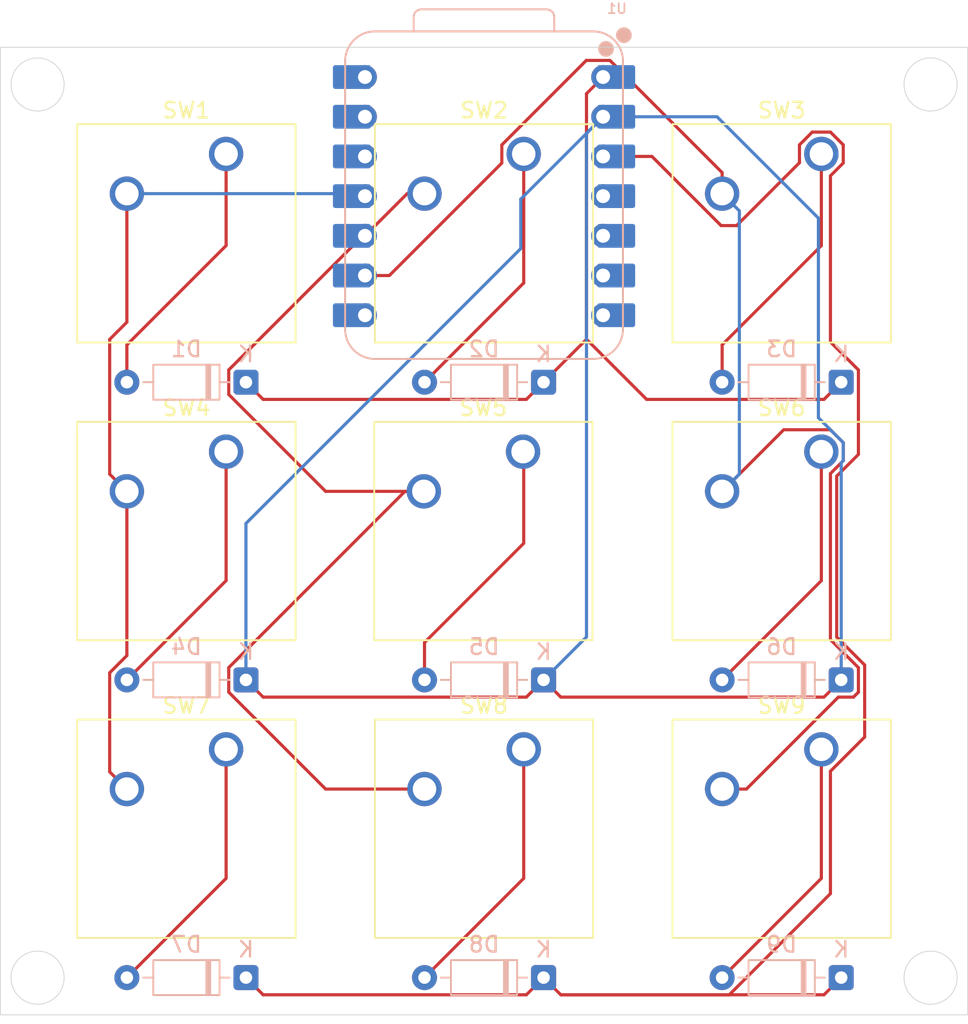
<source format=kicad_pcb>
(kicad_pcb (version 20241229) (generator "pcbnew") (generator_version "9.0")
  (layers (0 "F.Cu" signal) (2 "B.Cu" signal) (13 "F.Paste" user) (15 "B.Paste" user) (5 "F.SilkS" user "F.Silkscreen") (7 "B.SilkS" user "B.Silkscreen") (1 "F.Mask" user) (3 "B.Mask" user) (25 "Edge.Cuts" user))
  (net 0 "")
  (net 1 "Net-(D1-A)")
  (net 2 "Row 1")
  (net 3 "Net-(D2-A)")
  (net 4 "Net-(D3-A)")
  (net 5 "Net-(D4-A)")
  (net 6 "Row2")
  (net 7 "Net-(D5-A)")
  (net 8 "Net-(D6-A)")
  (net 9 "Row 3")
  (net 10 "Net-(D7-A)")
  (net 11 "Net-(D8-A)")
  (net 12 "Net-(D9-A)")
  (net 13 "Col 1")
  (net 14 "Col 2")
  (net 15 "Col 3")
  (net 19 "+5V")
  (net 22 "GND")
  (footprint "Button_Switch_Keyboard:SW_Cherry_MX_1.00u_PCB" (layer "F.Cu") (at 181.115 92.541)
    (property "Reference" "SW7" (at -2.54 -2.794 0) (layer "F.SilkS"))
    (property "Value" "SW_Push")
    (fp_line (start -9.525 -1.905) (end 4.445 -1.905) (stroke (width 0.12)) (layer "F.SilkS"))
    (fp_line (start -9.525 12.065) (end -9.525 -1.905) (stroke (width 0.12)) (layer "F.SilkS"))
    (fp_line (start 4.445 -1.905) (end 4.445 12.065) (stroke (width 0.12)) (layer "F.SilkS"))
    (fp_line (start 4.445 12.065) (end -9.525 12.065) (stroke (width 0.12)) (layer "F.SilkS"))
    (pad "" np_thru_hole circle (at -7.62 5.08) (size 1.7 1.7) (drill 1.7) (layers "*.Cu" "*.Mask"))
    (pad "" np_thru_hole circle (at -2.54 5.08) (size 4 4) (drill 4) (layers "*.Cu" "*.Mask"))
    (pad "" np_thru_hole circle (at 2.54 5.08) (size 1.7 1.7) (drill 1.7) (layers "*.Cu" "*.Mask"))
    (pad "1" thru_hole circle (at 0 0) (size 2.2 2.2) (drill 1.5) (layers "*.Cu" "*.Mask") (net 10 "Net-(D7-A)"))
    (pad "2" thru_hole circle (at -6.35 2.54) (size 2.2 2.2) (drill 1.5) (layers "*.Cu" "*.Mask") (net 13 "Col 1"))
  )
  (footprint "Button_Switch_Keyboard:SW_Cherry_MX_1.00u_PCB" (layer "F.Cu") (at 219.211 73.493)
    (property "Reference" "SW6" (at -2.54 -2.794 0) (layer "F.SilkS"))
    (property "Value" "SW_Push")
    (fp_line (start -9.525 -1.905) (end 4.445 -1.905) (stroke (width 0.12)) (layer "F.SilkS"))
    (fp_line (start -9.525 12.065) (end -9.525 -1.905) (stroke (width 0.12)) (layer "F.SilkS"))
    (fp_line (start 4.445 -1.905) (end 4.445 12.065) (stroke (width 0.12)) (layer "F.SilkS"))
    (fp_line (start 4.445 12.065) (end -9.525 12.065) (stroke (width 0.12)) (layer "F.SilkS"))
    (pad "" np_thru_hole circle (at -7.62 5.08) (size 1.7 1.7) (drill 1.7) (layers "*.Cu" "*.Mask"))
    (pad "" np_thru_hole circle (at -2.54 5.08) (size 4 4) (drill 4) (layers "*.Cu" "*.Mask"))
    (pad "" np_thru_hole circle (at 2.54 5.08) (size 1.7 1.7) (drill 1.7) (layers "*.Cu" "*.Mask"))
    (pad "1" thru_hole circle (at 0 0) (size 2.2 2.2) (drill 1.5) (layers "*.Cu" "*.Mask") (net 8 "Net-(D6-A)"))
    (pad "2" thru_hole circle (at -6.35 2.54) (size 2.2 2.2) (drill 1.5) (layers "*.Cu" "*.Mask") (net 15 "Col 3"))
  )
  (footprint "Button_Switch_Keyboard:SW_Cherry_MX_1.00u_PCB" (layer "F.Cu") (at 200.163 92.541)
    (property "Reference" "SW8" (at -2.54 -2.794 0) (layer "F.SilkS"))
    (property "Value" "SW_Push")
    (fp_line (start -9.525 -1.905) (end 4.445 -1.905) (stroke (width 0.12)) (layer "F.SilkS"))
    (fp_line (start -9.525 12.065) (end -9.525 -1.905) (stroke (width 0.12)) (layer "F.SilkS"))
    (fp_line (start 4.445 -1.905) (end 4.445 12.065) (stroke (width 0.12)) (layer "F.SilkS"))
    (fp_line (start 4.445 12.065) (end -9.525 12.065) (stroke (width 0.12)) (layer "F.SilkS"))
    (pad "" np_thru_hole circle (at -7.62 5.08) (size 1.7 1.7) (drill 1.7) (layers "*.Cu" "*.Mask"))
    (pad "" np_thru_hole circle (at -2.54 5.08) (size 4 4) (drill 4) (layers "*.Cu" "*.Mask"))
    (pad "" np_thru_hole circle (at 2.54 5.08) (size 1.7 1.7) (drill 1.7) (layers "*.Cu" "*.Mask"))
    (pad "1" thru_hole circle (at 0 0) (size 2.2 2.2) (drill 1.5) (layers "*.Cu" "*.Mask") (net 11 "Net-(D8-A)"))
    (pad "2" thru_hole circle (at -6.35 2.54) (size 2.2 2.2) (drill 1.5) (layers "*.Cu" "*.Mask") (net 14 "Col 2"))
  )
  (footprint "Button_Switch_Keyboard:SW_Cherry_MX_1.00u_PCB" (layer "F.Cu") (at 181.115 54.445)
    (property "Reference" "SW1" (at -2.54 -2.794 0) (layer "F.SilkS"))
    (property "Value" "SW_Push")
    (fp_line (start -9.525 -1.905) (end 4.445 -1.905) (stroke (width 0.12)) (layer "F.SilkS"))
    (fp_line (start -9.525 12.065) (end -9.525 -1.905) (stroke (width 0.12)) (layer "F.SilkS"))
    (fp_line (start 4.445 -1.905) (end 4.445 12.065) (stroke (width 0.12)) (layer "F.SilkS"))
    (fp_line (start 4.445 12.065) (end -9.525 12.065) (stroke (width 0.12)) (layer "F.SilkS"))
    (pad "" np_thru_hole circle (at -7.62 5.08) (size 1.7 1.7) (drill 1.7) (layers "*.Cu" "*.Mask"))
    (pad "" np_thru_hole circle (at -2.54 5.08) (size 4 4) (drill 4) (layers "*.Cu" "*.Mask"))
    (pad "" np_thru_hole circle (at 2.54 5.08) (size 1.7 1.7) (drill 1.7) (layers "*.Cu" "*.Mask"))
    (pad "1" thru_hole circle (at 0 0) (size 2.2 2.2) (drill 1.5) (layers "*.Cu" "*.Mask") (net 1 "Net-(D1-A)"))
    (pad "2" thru_hole circle (at -6.35 2.54) (size 2.2 2.2) (drill 1.5) (layers "*.Cu" "*.Mask") (net 13 "Col 1"))
  )
  (footprint "Button_Switch_Keyboard:SW_Cherry_MX_1.00u_PCB" (layer "F.Cu") (at 219.211 54.445)
    (property "Reference" "SW3" (at -2.54 -2.794 0) (layer "F.SilkS"))
    (property "Value" "SW_Push")
    (fp_line (start -9.525 -1.905) (end 4.445 -1.905) (stroke (width 0.12)) (layer "F.SilkS"))
    (fp_line (start -9.525 12.065) (end -9.525 -1.905) (stroke (width 0.12)) (layer "F.SilkS"))
    (fp_line (start 4.445 -1.905) (end 4.445 12.065) (stroke (width 0.12)) (layer "F.SilkS"))
    (fp_line (start 4.445 12.065) (end -9.525 12.065) (stroke (width 0.12)) (layer "F.SilkS"))
    (pad "" np_thru_hole circle (at -7.62 5.08) (size 1.7 1.7) (drill 1.7) (layers "*.Cu" "*.Mask"))
    (pad "" np_thru_hole circle (at -2.54 5.08) (size 4 4) (drill 4) (layers "*.Cu" "*.Mask"))
    (pad "" np_thru_hole circle (at 2.54 5.08) (size 1.7 1.7) (drill 1.7) (layers "*.Cu" "*.Mask"))
    (pad "1" thru_hole circle (at 0 0) (size 2.2 2.2) (drill 1.5) (layers "*.Cu" "*.Mask") (net 4 "Net-(D3-A)"))
    (pad "2" thru_hole circle (at -6.35 2.54) (size 2.2 2.2) (drill 1.5) (layers "*.Cu" "*.Mask") (net 15 "Col 3"))
  )
  (footprint "Button_Switch_Keyboard:SW_Cherry_MX_1.00u_PCB" (layer "F.Cu") (at 181.115 73.493)
    (property "Reference" "SW4" (at -2.54 -2.794 0) (layer "F.SilkS"))
    (property "Value" "SW_Push")
    (fp_line (start -9.525 -1.905) (end 4.445 -1.905) (stroke (width 0.12)) (layer "F.SilkS"))
    (fp_line (start -9.525 12.065) (end -9.525 -1.905) (stroke (width 0.12)) (layer "F.SilkS"))
    (fp_line (start 4.445 -1.905) (end 4.445 12.065) (stroke (width 0.12)) (layer "F.SilkS"))
    (fp_line (start 4.445 12.065) (end -9.525 12.065) (stroke (width 0.12)) (layer "F.SilkS"))
    (pad "" np_thru_hole circle (at -7.62 5.08) (size 1.7 1.7) (drill 1.7) (layers "*.Cu" "*.Mask"))
    (pad "" np_thru_hole circle (at -2.54 5.08) (size 4 4) (drill 4) (layers "*.Cu" "*.Mask"))
    (pad "" np_thru_hole circle (at 2.54 5.08) (size 1.7 1.7) (drill 1.7) (layers "*.Cu" "*.Mask"))
    (pad "1" thru_hole circle (at 0 0) (size 2.2 2.2) (drill 1.5) (layers "*.Cu" "*.Mask") (net 5 "Net-(D4-A)"))
    (pad "2" thru_hole circle (at -6.35 2.54) (size 2.2 2.2) (drill 1.5) (layers "*.Cu" "*.Mask") (net 13 "Col 1"))
  )
  (footprint "Button_Switch_Keyboard:SW_Cherry_MX_1.00u_PCB" (layer "F.Cu") (at 219.211 92.541)
    (property "Reference" "SW9" (at -2.54 -2.794 0) (layer "F.SilkS"))
    (property "Value" "SW_Push")
    (fp_line (start -9.525 -1.905) (end 4.445 -1.905) (stroke (width 0.12)) (layer "F.SilkS"))
    (fp_line (start -9.525 12.065) (end -9.525 -1.905) (stroke (width 0.12)) (layer "F.SilkS"))
    (fp_line (start 4.445 -1.905) (end 4.445 12.065) (stroke (width 0.12)) (layer "F.SilkS"))
    (fp_line (start 4.445 12.065) (end -9.525 12.065) (stroke (width 0.12)) (layer "F.SilkS"))
    (pad "" np_thru_hole circle (at -7.62 5.08) (size 1.7 1.7) (drill 1.7) (layers "*.Cu" "*.Mask"))
    (pad "" np_thru_hole circle (at -2.54 5.08) (size 4 4) (drill 4) (layers "*.Cu" "*.Mask"))
    (pad "" np_thru_hole circle (at 2.54 5.08) (size 1.7 1.7) (drill 1.7) (layers "*.Cu" "*.Mask"))
    (pad "1" thru_hole circle (at 0 0) (size 2.2 2.2) (drill 1.5) (layers "*.Cu" "*.Mask") (net 12 "Net-(D9-A)"))
    (pad "2" thru_hole circle (at -6.35 2.54) (size 2.2 2.2) (drill 1.5) (layers "*.Cu" "*.Mask") (net 15 "Col 3"))
  )
  (footprint "Button_Switch_Keyboard:SW_Cherry_MX_1.00u_PCB" (layer "F.Cu") (at 200.163 54.445)
    (property "Reference" "SW2" (at -2.54 -2.794 0) (layer "F.SilkS"))
    (property "Value" "SW_Push")
    (fp_line (start -9.525 -1.905) (end 4.445 -1.905) (stroke (width 0.12)) (layer "F.SilkS"))
    (fp_line (start -9.525 12.065) (end -9.525 -1.905) (stroke (width 0.12)) (layer "F.SilkS"))
    (fp_line (start 4.445 -1.905) (end 4.445 12.065) (stroke (width 0.12)) (layer "F.SilkS"))
    (fp_line (start 4.445 12.065) (end -9.525 12.065) (stroke (width 0.12)) (layer "F.SilkS"))
    (pad "" np_thru_hole circle (at -7.62 5.08) (size 1.7 1.7) (drill 1.7) (layers "*.Cu" "*.Mask"))
    (pad "" np_thru_hole circle (at -2.54 5.08) (size 4 4) (drill 4) (layers "*.Cu" "*.Mask"))
    (pad "" np_thru_hole circle (at 2.54 5.08) (size 1.7 1.7) (drill 1.7) (layers "*.Cu" "*.Mask"))
    (pad "1" thru_hole circle (at 0 0) (size 2.2 2.2) (drill 1.5) (layers "*.Cu" "*.Mask") (net 3 "Net-(D2-A)"))
    (pad "2" thru_hole circle (at -6.35 2.54) (size 2.2 2.2) (drill 1.5) (layers "*.Cu" "*.Mask") (net 14 "Col 2"))
  )
  (footprint "Button_Switch_Keyboard:SW_Cherry_MX_1.00u_PCB" (layer "F.Cu") (at 200.12 73.493)
    (property "Reference" "SW5" (at -2.54 -2.794 0) (layer "F.SilkS"))
    (property "Value" "SW_Push")
    (fp_line (start -9.525 -1.905) (end 4.445 -1.905) (stroke (width 0.12)) (layer "F.SilkS"))
    (fp_line (start -9.525 12.065) (end -9.525 -1.905) (stroke (width 0.12)) (layer "F.SilkS"))
    (fp_line (start 4.445 -1.905) (end 4.445 12.065) (stroke (width 0.12)) (layer "F.SilkS"))
    (fp_line (start 4.445 12.065) (end -9.525 12.065) (stroke (width 0.12)) (layer "F.SilkS"))
    (pad "" np_thru_hole circle (at -7.62 5.08) (size 1.7 1.7) (drill 1.7) (layers "*.Cu" "*.Mask"))
    (pad "" np_thru_hole circle (at -2.54 5.08) (size 4 4) (drill 4) (layers "*.Cu" "*.Mask"))
    (pad "" np_thru_hole circle (at 2.54 5.08) (size 1.7 1.7) (drill 1.7) (layers "*.Cu" "*.Mask"))
    (pad "1" thru_hole circle (at 0 0) (size 2.2 2.2) (drill 1.5) (layers "*.Cu" "*.Mask") (net 7 "Net-(D5-A)"))
    (pad "2" thru_hole circle (at -6.35 2.54) (size 2.2 2.2) (drill 1.5) (layers "*.Cu" "*.Mask") (net 14 "Col 2"))
  )
  (footprint "Diode_THT:D_DO-35_SOD27_P7.62mm_Horizontal" (layer "B.Cu") (at 182.385 107.145 180)
    (property "Reference" "D7" (at 3.81 2.12 0) (layer "B.SilkS") (effects (justify mirror)))
    (property "Value" "1N4148")
    (fp_line (start 6.58 0) (end 5.93 0) (stroke (width 0.12)) (layer "B.SilkS"))
    (fp_line (start 2.53 1.12) (end 2.53 -1.12) (stroke (width 0.12)) (layer "B.SilkS"))
    (fp_line (start 2.41 1.12) (end 2.41 -1.12) (stroke (width 0.12)) (layer "B.SilkS"))
    (fp_line (start 2.29 1.12) (end 2.29 -1.12) (stroke (width 0.12)) (layer "B.SilkS"))
    (fp_line (start 1.04 0) (end 1.69 0) (stroke (width 0.12)) (layer "B.SilkS"))
    (fp_rect (start 1.69 1.12) (end 5.93 -1.12) (stroke (width 0.12)) (fill no) (layer "B.SilkS"))
    (fp_text user "K" (at 0 1.8 0) (layer "B.SilkS") (effects (justify mirror)))
    (pad "1" thru_hole roundrect (at 0 0 180) (size 1.6 1.6) (drill 0.8) (layers "*.Cu" "*.Mask") (roundrect_rratio 0.15625) (net 9 "Row 3"))
    (pad "2" thru_hole circle (at 7.62 0 180) (size 1.6 1.6) (drill 0.8) (layers "*.Cu" "*.Mask") (net 10 "Net-(D7-A)"))
  )
  (footprint "Diode_THT:D_DO-35_SOD27_P7.62mm_Horizontal" (layer "B.Cu") (at 201.433 88.097 180)
    (property "Reference" "D5" (at 3.81 2.12 0) (layer "B.SilkS") (effects (justify mirror)))
    (property "Value" "1N4148")
    (fp_line (start 6.58 0) (end 5.93 0) (stroke (width 0.12)) (layer "B.SilkS"))
    (fp_line (start 2.53 1.12) (end 2.53 -1.12) (stroke (width 0.12)) (layer "B.SilkS"))
    (fp_line (start 2.41 1.12) (end 2.41 -1.12) (stroke (width 0.12)) (layer "B.SilkS"))
    (fp_line (start 2.29 1.12) (end 2.29 -1.12) (stroke (width 0.12)) (layer "B.SilkS"))
    (fp_line (start 1.04 0) (end 1.69 0) (stroke (width 0.12)) (layer "B.SilkS"))
    (fp_rect (start 1.69 1.12) (end 5.93 -1.12) (stroke (width 0.12)) (fill no) (layer "B.SilkS"))
    (fp_text user "K" (at 0 1.8 0) (layer "B.SilkS") (effects (justify mirror)))
    (pad "1" thru_hole roundrect (at 0 0 180) (size 1.6 1.6) (drill 0.8) (layers "*.Cu" "*.Mask") (roundrect_rratio 0.15625) (net 6 "Row2"))
    (pad "2" thru_hole circle (at 7.62 0 180) (size 1.6 1.6) (drill 0.8) (layers "*.Cu" "*.Mask") (net 7 "Net-(D5-A)"))
  )
  (footprint "Diode_THT:D_DO-35_SOD27_P7.62mm_Horizontal" (layer "B.Cu") (at 220.481 88.097 180)
    (property "Reference" "D6" (at 3.81 2.12 0) (layer "B.SilkS") (effects (justify mirror)))
    (property "Value" "1N4148")
    (fp_line (start 6.58 0) (end 5.93 0) (stroke (width 0.12)) (layer "B.SilkS"))
    (fp_line (start 2.53 1.12) (end 2.53 -1.12) (stroke (width 0.12)) (layer "B.SilkS"))
    (fp_line (start 2.41 1.12) (end 2.41 -1.12) (stroke (width 0.12)) (layer "B.SilkS"))
    (fp_line (start 2.29 1.12) (end 2.29 -1.12) (stroke (width 0.12)) (layer "B.SilkS"))
    (fp_line (start 1.04 0) (end 1.69 0) (stroke (width 0.12)) (layer "B.SilkS"))
    (fp_rect (start 1.69 1.12) (end 5.93 -1.12) (stroke (width 0.12)) (fill no) (layer "B.SilkS"))
    (fp_text user "K" (at 0 1.8 0) (layer "B.SilkS") (effects (justify mirror)))
    (pad "1" thru_hole roundrect (at 0 0 180) (size 1.6 1.6) (drill 0.8) (layers "*.Cu" "*.Mask") (roundrect_rratio 0.15625) (net 6 "Row2"))
    (pad "2" thru_hole circle (at 7.62 0 180) (size 1.6 1.6) (drill 0.8) (layers "*.Cu" "*.Mask") (net 8 "Net-(D6-A)"))
  )
  (footprint "Diode_THT:D_DO-35_SOD27_P7.62mm_Horizontal" (layer "B.Cu") (at 220.481 69.049 180)
    (property "Reference" "D3" (at 3.81 2.12 0) (layer "B.SilkS") (effects (justify mirror)))
    (property "Value" "1N4148")
    (fp_line (start 6.58 0) (end 5.93 0) (stroke (width 0.12)) (layer "B.SilkS"))
    (fp_line (start 2.53 1.12) (end 2.53 -1.12) (stroke (width 0.12)) (layer "B.SilkS"))
    (fp_line (start 2.41 1.12) (end 2.41 -1.12) (stroke (width 0.12)) (layer "B.SilkS"))
    (fp_line (start 2.29 1.12) (end 2.29 -1.12) (stroke (width 0.12)) (layer "B.SilkS"))
    (fp_line (start 1.04 0) (end 1.69 0) (stroke (width 0.12)) (layer "B.SilkS"))
    (fp_rect (start 1.69 1.12) (end 5.93 -1.12) (stroke (width 0.12)) (fill no) (layer "B.SilkS"))
    (fp_text user "K" (at 0 1.8 0) (layer "B.SilkS") (effects (justify mirror)))
    (pad "1" thru_hole roundrect (at 0 0 180) (size 1.6 1.6) (drill 0.8) (layers "*.Cu" "*.Mask") (roundrect_rratio 0.15625) (net 2 "Row 1"))
    (pad "2" thru_hole circle (at 7.62 0 180) (size 1.6 1.6) (drill 0.8) (layers "*.Cu" "*.Mask") (net 4 "Net-(D3-A)"))
  )
  (footprint "Diode_THT:D_DO-35_SOD27_P7.62mm_Horizontal" (layer "B.Cu") (at 220.481 107.145 180)
    (property "Reference" "D9" (at 3.81 2.12 0) (layer "B.SilkS") (effects (justify mirror)))
    (property "Value" "1N4148")
    (fp_line (start 6.58 0) (end 5.93 0) (stroke (width 0.12)) (layer "B.SilkS"))
    (fp_line (start 2.53 1.12) (end 2.53 -1.12) (stroke (width 0.12)) (layer "B.SilkS"))
    (fp_line (start 2.41 1.12) (end 2.41 -1.12) (stroke (width 0.12)) (layer "B.SilkS"))
    (fp_line (start 2.29 1.12) (end 2.29 -1.12) (stroke (width 0.12)) (layer "B.SilkS"))
    (fp_line (start 1.04 0) (end 1.69 0) (stroke (width 0.12)) (layer "B.SilkS"))
    (fp_rect (start 1.69 1.12) (end 5.93 -1.12) (stroke (width 0.12)) (fill no) (layer "B.SilkS"))
    (fp_text user "K" (at 0 1.8 0) (layer "B.SilkS") (effects (justify mirror)))
    (pad "1" thru_hole roundrect (at 0 0 180) (size 1.6 1.6) (drill 0.8) (layers "*.Cu" "*.Mask") (roundrect_rratio 0.15625) (net 9 "Row 3"))
    (pad "2" thru_hole circle (at 7.62 0 180) (size 1.6 1.6) (drill 0.8) (layers "*.Cu" "*.Mask") (net 12 "Net-(D9-A)"))
  )
  (footprint "OPL:XIAO-RP2040-DIP" (layer "B.Cu") (at 197.623 57.144 180)
    (property "Reference" "U1" (at -8.5 12 0) (layer "B.SilkS") (effects (font (size 0.635 0.635) (thickness 0.1016)) (justify mirror)))
    (property "Value" "XIAO-RP2040-DIP")
    (fp_line (start 8.89 -8.509) (end 8.89 8.636) (stroke (width 0.127)) (layer "B.SilkS"))
    (fp_line (start 6.985 10.541) (end -6.985 10.541) (stroke (width 0.1)) (layer "B.SilkS"))
    (fp_line (start 6.985 10.541) (end -6.985 10.541) (stroke (width 0.127)) (layer "B.SilkS"))
    (fp_line (start 4.504 11.451) (end 4.504 10.541) (stroke (width 0.127)) (layer "B.SilkS"))
    (fp_line (start -3.991272 11.951) (end 4.004 11.951) (stroke (width 0.127)) (layer "B.SilkS"))
    (fp_line (start -4.495 10.541) (end -4.491272 11.451272) (stroke (width 0.127)) (layer "B.SilkS"))
    (fp_line (start -6.985 -10.414) (end 6.985 -10.414) (stroke (width 0.127)) (layer "B.SilkS"))
    (fp_line (start -8.89 -8.509) (end -8.89 8.636) (stroke (width 0.127)) (layer "B.SilkS"))
    (fp_arc (start 8.89 8.636) (mid 8.332038 9.983038) (end 6.985 10.541) (stroke (width 0.127)) (layer "B.SilkS"))
    (fp_arc (start 6.985 -10.414) (mid 8.332038 -9.856038) (end 8.89 -8.509) (stroke (width 0.127)) (layer "B.SilkS"))
    (fp_arc (start 4.504 11.451) (mid 4.357553 11.804553) (end 4.004 11.951) (stroke (width 0.127)) (layer "B.SilkS"))
    (fp_arc (start -3.991272 11.951) (mid -4.344724 11.804644) (end -4.491272 11.451272) (stroke (width 0.127)) (layer "B.SilkS"))
    (fp_arc (start -6.985 10.541) (mid -8.332038 9.983038) (end -8.89 8.636) (stroke (width 0.127)) (layer "B.SilkS"))
    (fp_arc (start -8.89 -8.509) (mid -8.332038 -9.856038) (end -6.985 -10.414) (stroke (width 0.127)) (layer "B.SilkS"))
    (fp_circle (center -7.807 9.42) (end -7.807 9.674) (stroke (width 0.5)) (fill yes) (layer "B.SilkS"))
    (fp_circle (center -8.95 10.3) (end -8.95 10.554) (stroke (width 0.5)) (fill yes) (layer "B.SilkS"))
    (pad "1" smd roundrect (at -8.455 7.62) (size 2.432 1.524) (layers "B.Cu" "B.Mask") (roundrect_rratio 0.1) (net 2 "Row 1"))
    (pad "1" thru_hole circle (at -7.62 7.62) (size 1.524 1.524) (drill 0.889) (layers "*.Cu" "*.Mask") (net 2 "Row 1"))
    (pad "2" smd roundrect (at -8.455 5.08) (size 2.432 1.524) (layers "B.Cu" "B.Mask") (roundrect_rratio 0.1) (net 6 "Row2"))
    (pad "2" thru_hole circle (at -7.62 5.08) (size 1.524 1.524) (drill 0.889) (layers "*.Cu" "*.Mask") (net 6 "Row2"))
    (pad "3" smd roundrect (at -8.455 2.54) (size 2.432 1.524) (layers "B.Cu" "B.Mask") (roundrect_rratio 0.1) (net 9 "Row 3"))
    (pad "3" thru_hole circle (at -7.62 2.54) (size 1.524 1.524) (drill 0.889) (layers "*.Cu" "*.Mask") (net 9 "Row 3"))
    (pad "4" smd roundrect (at -8.455 0) (size 2.432 1.524) (layers "B.Cu" "B.Mask") (roundrect_rratio 0.1))
    (pad "4" thru_hole circle (at -7.62 0) (size 1.524 1.524) (drill 0.889) (layers "*.Cu" "*.Mask"))
    (pad "5" smd roundrect (at -8.455 -2.54) (size 2.432 1.524) (layers "B.Cu" "B.Mask") (roundrect_rratio 0.1))
    (pad "5" thru_hole circle (at -7.62 -2.54) (size 1.524 1.524) (drill 0.889) (layers "*.Cu" "*.Mask"))
    (pad "6" smd roundrect (at -8.455 -5.08) (size 2.432 1.524) (layers "B.Cu" "B.Mask") (roundrect_rratio 0.1))
    (pad "6" thru_hole circle (at -7.62 -5.08) (size 1.524 1.524) (drill 0.889) (layers "*.Cu" "*.Mask"))
    (pad "7" smd roundrect (at -8.455 -7.62) (size 2.432 1.524) (layers "B.Cu" "B.Mask") (roundrect_rratio 0.1))
    (pad "7" thru_hole circle (at -7.62 -7.62) (size 1.524 1.524) (drill 0.889) (layers "*.Cu" "*.Mask"))
    (pad "8" thru_hole circle (at 7.62 -7.62 180) (size 1.524 1.524) (drill 0.889) (layers "*.Cu" "*.Mask"))
    (pad "8" smd roundrect (at 8.455 -7.62 180) (size 2.432 1.524) (layers "B.Cu" "B.Mask") (roundrect_rratio 0.1))
    (pad "9" thru_hole circle (at 7.62 -5.08 180) (size 1.524 1.524) (drill 0.889) (layers "*.Cu" "*.Mask") (net 15 "Col 3"))
    (pad "9" smd roundrect (at 8.455 -5.08 180) (size 2.432 1.524) (layers "B.Cu" "B.Mask") (roundrect_rratio 0.1) (net 15 "Col 3"))
    (pad "10" thru_hole circle (at 7.62 -2.54 180) (size 1.524 1.524) (drill 0.889) (layers "*.Cu" "*.Mask") (net 14 "Col 2"))
    (pad "10" smd roundrect (at 8.455 -2.54 180) (size 2.432 1.524) (layers "B.Cu" "B.Mask") (roundrect_rratio 0.1) (net 14 "Col 2"))
    (pad "11" thru_hole circle (at 7.62 0 180) (size 1.524 1.524) (drill 0.889) (layers "*.Cu" "*.Mask") (net 13 "Col 1"))
    (pad "11" smd roundrect (at 8.455 0 180) (size 2.432 1.524) (layers "B.Cu" "B.Mask") (roundrect_rratio 0.1) (net 13 "Col 1"))
    (pad "12" thru_hole circle (at 7.62 2.54 180) (size 1.524 1.524) (drill 0.889) (layers "*.Cu" "*.Mask"))
    (pad "12" smd roundrect (at 8.455 2.54 180) (size 2.432 1.524) (layers "B.Cu" "B.Mask") (roundrect_rratio 0.1))
    (pad "13" thru_hole circle (at 7.62 5.08 180) (size 1.524 1.524) (drill 0.889) (layers "*.Cu" "*.Mask") (net 22 "GND"))
    (pad "13" smd roundrect (at 8.455 5.08 180) (size 2.432 1.524) (layers "B.Cu" "B.Mask") (roundrect_rratio 0.1) (net 22 "GND"))
    (pad "14" thru_hole circle (at 7.62 7.62 180) (size 1.524 1.524) (drill 0.889) (layers "*.Cu" "*.Mask") (net 19 "+5V"))
    (pad "14" smd roundrect (at 8.455 7.62 180) (size 2.432 1.524) (layers "B.Cu" "B.Mask") (roundrect_rratio 0.1) (net 19 "+5V"))
  )
  (footprint "Diode_THT:D_DO-35_SOD27_P7.62mm_Horizontal" (layer "B.Cu") (at 201.433 69.049 180)
    (property "Reference" "D2" (at 3.81 2.12 0) (layer "B.SilkS") (effects (justify mirror)))
    (property "Value" "1N4148")
    (fp_line (start 6.58 0) (end 5.93 0) (stroke (width 0.12)) (layer "B.SilkS"))
    (fp_line (start 2.53 1.12) (end 2.53 -1.12) (stroke (width 0.12)) (layer "B.SilkS"))
    (fp_line (start 2.41 1.12) (end 2.41 -1.12) (stroke (width 0.12)) (layer "B.SilkS"))
    (fp_line (start 2.29 1.12) (end 2.29 -1.12) (stroke (width 0.12)) (layer "B.SilkS"))
    (fp_line (start 1.04 0) (end 1.69 0) (stroke (width 0.12)) (layer "B.SilkS"))
    (fp_rect (start 1.69 1.12) (end 5.93 -1.12) (stroke (width 0.12)) (fill no) (layer "B.SilkS"))
    (fp_text user "K" (at 0 1.8 0) (layer "B.SilkS") (effects (justify mirror)))
    (pad "1" thru_hole roundrect (at 0 0 180) (size 1.6 1.6) (drill 0.8) (layers "*.Cu" "*.Mask") (roundrect_rratio 0.15625) (net 2 "Row 1"))
    (pad "2" thru_hole circle (at 7.62 0 180) (size 1.6 1.6) (drill 0.8) (layers "*.Cu" "*.Mask") (net 3 "Net-(D2-A)"))
  )
  (footprint "Diode_THT:D_DO-35_SOD27_P7.62mm_Horizontal" (layer "B.Cu") (at 182.385 69.049 180)
    (property "Reference" "D1" (at 3.81 2.12 0) (layer "B.SilkS") (effects (justify mirror)))
    (property "Value" "1N4148")
    (fp_line (start 6.58 0) (end 5.93 0) (stroke (width 0.12)) (layer "B.SilkS"))
    (fp_line (start 2.53 1.12) (end 2.53 -1.12) (stroke (width 0.12)) (layer "B.SilkS"))
    (fp_line (start 2.41 1.12) (end 2.41 -1.12) (stroke (width 0.12)) (layer "B.SilkS"))
    (fp_line (start 2.29 1.12) (end 2.29 -1.12) (stroke (width 0.12)) (layer "B.SilkS"))
    (fp_line (start 1.04 0) (end 1.69 0) (stroke (width 0.12)) (layer "B.SilkS"))
    (fp_rect (start 1.69 1.12) (end 5.93 -1.12) (stroke (width 0.12)) (fill no) (layer "B.SilkS"))
    (fp_text user "K" (at 0 1.8 0) (layer "B.SilkS") (effects (justify mirror)))
    (pad "1" thru_hole roundrect (at 0 0 180) (size 1.6 1.6) (drill 0.8) (layers "*.Cu" "*.Mask") (roundrect_rratio 0.15625) (net 2 "Row 1"))
    (pad "2" thru_hole circle (at 7.62 0 180) (size 1.6 1.6) (drill 0.8) (layers "*.Cu" "*.Mask") (net 1 "Net-(D1-A)"))
  )
  (footprint "Diode_THT:D_DO-35_SOD27_P7.62mm_Horizontal" (layer "B.Cu") (at 182.385 88.097 180)
    (property "Reference" "D4" (at 3.81 2.12 0) (layer "B.SilkS") (effects (justify mirror)))
    (property "Value" "1N4148")
    (fp_line (start 6.58 0) (end 5.93 0) (stroke (width 0.12)) (layer "B.SilkS"))
    (fp_line (start 2.53 1.12) (end 2.53 -1.12) (stroke (width 0.12)) (layer "B.SilkS"))
    (fp_line (start 2.41 1.12) (end 2.41 -1.12) (stroke (width 0.12)) (layer "B.SilkS"))
    (fp_line (start 2.29 1.12) (end 2.29 -1.12) (stroke (width 0.12)) (layer "B.SilkS"))
    (fp_line (start 1.04 0) (end 1.69 0) (stroke (width 0.12)) (layer "B.SilkS"))
    (fp_rect (start 1.69 1.12) (end 5.93 -1.12) (stroke (width 0.12)) (fill no) (layer "B.SilkS"))
    (fp_text user "K" (at 0 1.8 0) (layer "B.SilkS") (effects (justify mirror)))
    (pad "1" thru_hole roundrect (at 0 0 180) (size 1.6 1.6) (drill 0.8) (layers "*.Cu" "*.Mask") (roundrect_rratio 0.15625) (net 6 "Row2"))
    (pad "2" thru_hole circle (at 7.62 0 180) (size 1.6 1.6) (drill 0.8) (layers "*.Cu" "*.Mask") (net 5 "Net-(D4-A)"))
  )
  (footprint "Diode_THT:D_DO-35_SOD27_P7.62mm_Horizontal" (layer "B.Cu") (at 201.433 107.145 180)
    (property "Reference" "D8" (at 3.81 2.12 0) (layer "B.SilkS") (effects (justify mirror)))
    (property "Value" "1N4148")
    (fp_line (start 6.58 0) (end 5.93 0) (stroke (width 0.12)) (layer "B.SilkS"))
    (fp_line (start 2.53 1.12) (end 2.53 -1.12) (stroke (width 0.12)) (layer "B.SilkS"))
    (fp_line (start 2.41 1.12) (end 2.41 -1.12) (stroke (width 0.12)) (layer "B.SilkS"))
    (fp_line (start 2.29 1.12) (end 2.29 -1.12) (stroke (width 0.12)) (layer "B.SilkS"))
    (fp_line (start 1.04 0) (end 1.69 0) (stroke (width 0.12)) (layer "B.SilkS"))
    (fp_rect (start 1.69 1.12) (end 5.93 -1.12) (stroke (width 0.12)) (fill no) (layer "B.SilkS"))
    (fp_text user "K" (at 0 1.8 0) (layer "B.SilkS") (effects (justify mirror)))
    (pad "1" thru_hole roundrect (at 0 0 180) (size 1.6 1.6) (drill 0.8) (layers "*.Cu" "*.Mask") (roundrect_rratio 0.15625) (net 9 "Row 3"))
    (pad "2" thru_hole circle (at 7.62 0 180) (size 1.6 1.6) (drill 0.8) (layers "*.Cu" "*.Mask") (net 11 "Net-(D8-A)"))
  )
  (gr_circle (center 226.2 107.15) (end 224.5 107.15) (stroke (width 0.05)) (fill no) (layer "Edge.Cuts"))
  (gr_circle (center 226.2 50) (end 224.5 50) (stroke (width 0.05)) (fill no) (layer "Edge.Cuts"))
  (gr_circle (center 169.05 50) (end 170.75 50) (stroke (width 0.05)) (fill no) (layer "Edge.Cuts"))
  (gr_circle (center 169.05 107.15) (end 170.75 107.15) (stroke (width 0.05)) (fill no) (layer "Edge.Cuts"))
  (gr_rect (start 166.67 47.62) (end 228.576 109.526) (stroke (width 0.05)) (fill no) (layer "Edge.Cuts"))
  (segment (start 181.115 54.445) (end 181.115 60.309816) (width 0.2) (layer "F.Cu") (net 1))
  (segment (start 174.765 66.659816) (end 174.765 69.049) (width 0.2) (layer "F.Cu") (net 1))
  (segment (start 181.115 60.309816) (end 174.765 66.659816) (width 0.2) (layer "F.Cu") (net 1))
  (segment (start 201.433 69.049) (end 204.18 66.302) (width 0.2) (layer "F.Cu") (net 2))
  (segment (start 200.332 70.15) (end 201.433 69.049) (width 0.2) (layer "F.Cu") (net 2))
  (segment (start 182.385 69.049) (end 183.486 70.15) (width 0.2) (layer "F.Cu") (net 2))
  (segment (start 220.481 69.049) (end 219.38 70.15) (width 0.2) (layer "F.Cu") (net 2))
  (segment (start 219.38 70.15) (end 208.028 70.15) (width 0.2) (layer "F.Cu") (net 2))
  (segment (start 183.486 70.15) (end 200.332 70.15) (width 0.2) (layer "F.Cu") (net 2))
  (segment (start 204.18 66.302) (end 204.18 50.587) (width 0.2) (layer "F.Cu") (net 2))
  (segment (start 208.028 70.15) (end 204.18 66.302) (width 0.2) (layer "F.Cu") (net 2))
  (segment (start 204.18 50.587) (end 205.243 49.524) (width 0.2) (layer "F.Cu") (net 2))
  (segment (start 200.163 54.445) (end 200.163 62.699) (width 0.2) (layer "F.Cu") (net 3))
  (segment (start 200.163 62.699) (end 193.813 69.049) (width 0.2) (layer "F.Cu") (net 3))
  (segment (start 219.211 54.445) (end 219.211 60.309816) (width 0.2) (layer "F.Cu") (net 4))
  (segment (start 212.861 66.659816) (end 212.861 69.049) (width 0.2) (layer "F.Cu") (net 4))
  (segment (start 219.211 60.309816) (end 212.861 66.659816) (width 0.2) (layer "F.Cu") (net 4))
  (segment (start 181.115 73.493) (end 181.115 81.747) (width 0.2) (layer "F.Cu") (net 5))
  (segment (start 181.115 81.747) (end 174.765 88.097) (width 0.2) (layer "F.Cu") (net 5))
  (segment (start 202.534 89.198) (end 201.433 88.097) (width 0.2) (layer "F.Cu") (net 6))
  (segment (start 183.486 89.198) (end 200.332 89.198) (width 0.2) (layer "F.Cu") (net 6))
  (segment (start 220.481 88.097) (end 219.38 89.198) (width 0.2) (layer "F.Cu") (net 6))
  (segment (start 200.332 89.198) (end 201.433 88.097) (width 0.2) (layer "F.Cu") (net 6))
  (segment (start 219.38 89.198) (end 202.534 89.198) (width 0.2) (layer "F.Cu") (net 6))
  (segment (start 182.385 88.097) (end 183.486 89.198) (width 0.2) (layer "F.Cu") (net 6))
  (segment (start 220.481 88.097) (end 220.481 74.204314) (width 0.2) (layer "B.Cu") (net 6))
  (segment (start 204.18 85.35) (end 204.18 53.127) (width 0.2) (layer "B.Cu") (net 6))
  (segment (start 182.385 78.087816) (end 199.974 60.498816) (width 0.2) (layer "B.Cu") (net 6))
  (segment (start 182.385 88.097) (end 182.385 78.087816) (width 0.2) (layer "B.Cu") (net 6))
  (segment (start 220.481 74.204314) (end 220.612 74.073314) (width 0.2) (layer "B.Cu") (net 6))
  (segment (start 201.433 88.097) (end 204.18 85.35) (width 0.2) (layer "B.Cu") (net 6))
  (segment (start 204.18 53.127) (end 205.243 52.064) (width 0.2) (layer "B.Cu") (net 6))
  (segment (start 220.612 72.912686) (end 219.022 71.322686) (width 0.2) (layer "B.Cu") (net 6))
  (segment (start 199.974 60.498816) (end 199.974 57.333) (width 0.2) (layer "B.Cu") (net 6))
  (segment (start 219.022 71.322686) (end 219.022 58.551184) (width 0.2) (layer "B.Cu") (net 6))
  (segment (start 199.974 57.333) (end 205.243 52.064) (width 0.2) (layer "B.Cu") (net 6))
  (segment (start 220.612 74.073314) (end 220.612 72.912686) (width 0.2) (layer "B.Cu") (net 6))
  (segment (start 219.022 58.551184) (end 212.534816 52.064) (width 0.2) (layer "B.Cu") (net 6))
  (segment (start 212.534816 52.064) (end 205.243 52.064) (width 0.2) (layer "B.Cu") (net 6))
  (segment (start 200.163 79.357816) (end 193.813 85.707816) (width 0.2) (layer "F.Cu") (net 7))
  (segment (start 200.163 73.493) (end 200.163 79.357816) (width 0.2) (layer "F.Cu") (net 7))
  (segment (start 193.813 85.707816) (end 193.813 88.097) (width 0.2) (layer "F.Cu") (net 7))
  (segment (start 219.211 81.747) (end 212.861 88.097) (width 0.2) (layer "F.Cu") (net 8))
  (segment (start 219.211 73.493) (end 219.211 81.747) (width 0.2) (layer "F.Cu") (net 8))
  (segment (start 208.36847 54.604) (end 205.243 54.604) (width 0.2) (layer "F.Cu") (net 9))
  (segment (start 221.582 68.26384) (end 219.791314 66.473154) (width 0.2) (layer "F.Cu") (net 9))
  (segment (start 220.612 53.864686) (end 219.791314 53.044) (width 0.2) (layer "F.Cu") (net 9))
  (segment (start 217.81 55.00447) (end 213.78694 59.02753) (width 0.2) (layer "F.Cu") (net 9))
  (segment (start 182.385 107.145) (end 183.486 108.246) (width 0.2) (layer "F.Cu") (net 9))
  (segment (start 221.983 87.14574) (end 220.192314 85.355054) (width 0.2) (layer "F.Cu") (net 9))
  (segment (start 219.791314 55.846) (end 220.612 55.025314) (width 0.2) (layer "F.Cu") (net 9))
  (segment (start 219.791314 101.771736) (end 219.791314 93.942) (width 0.2) (layer "F.Cu") (net 9))
  (segment (start 221.983 91.750314) (end 221.983 87.14574) (width 0.2) (layer "F.Cu") (net 9))
  (segment (start 219.791314 66.473154) (end 219.791314 55.846) (width 0.2) (layer "F.Cu") (net 9))
  (segment (start 200.332 108.246) (end 201.433 107.145) (width 0.2) (layer "F.Cu") (net 9))
  (segment (start 201.433 107.145) (end 202.534 108.246) (width 0.2) (layer "F.Cu") (net 9))
  (segment (start 220.192314 85.355054) (end 220.192314 75.0601) (width 0.2) (layer "F.Cu") (net 9))
  (segment (start 212.792 59.02753) (end 208.36847 54.604) (width 0.2) (layer "F.Cu") (net 9))
  (segment (start 220.192314 75.0601) (end 221.582 73.670414) (width 0.2) (layer "F.Cu") (net 9))
  (segment (start 213.78694 59.02753) (end 212.792 59.02753) (width 0.2) (layer "F.Cu") (net 9))
  (segment (start 218.630686 53.044) (end 217.81 53.864686) (width 0.2) (layer "F.Cu") (net 9))
  (segment (start 219.791314 93.942) (end 221.983 91.750314) (width 0.2) (layer "F.Cu") (net 9))
  (segment (start 219.38 108.246) (end 220.481 107.145) (width 0.2) (layer "F.Cu") (net 9))
  (segment (start 217.81 53.864686) (end 217.81 55.00447) (width 0.2) (layer "F.Cu") (net 9))
  (segment (start 183.486 108.246) (end 200.332 108.246) (width 0.2) (layer "F.Cu") (net 9))
  (segment (start 202.534 108.246) (end 213.31705 108.246) (width 0.2) (layer "F.Cu") (net 9))
  (segment (start 221.582 73.670414) (end 221.582 68.26384) (width 0.2) (layer "F.Cu") (net 9))
  (segment (start 202.534 108.246) (end 219.38 108.246) (width 0.2) (layer "F.Cu") (net 9))
  (segment (start 219.791314 53.044) (end 218.630686 53.044) (width 0.2) (layer "F.Cu") (net 9))
  (segment (start 220.612 55.025314) (end 220.612 53.864686) (width 0.2) (layer "F.Cu") (net 9))
  (segment (start 213.31705 108.246) (end 219.791314 101.771736) (width 0.2) (layer "F.Cu") (net 9))
  (segment (start 181.115 100.795) (end 174.765 107.145) (width 0.2) (layer "F.Cu") (net 10))
  (segment (start 181.115 92.541) (end 181.115 100.795) (width 0.2) (layer "F.Cu") (net 10))
  (segment (start 200.163 92.541) (end 200.163 100.795) (width 0.2) (layer "F.Cu") (net 11))
  (segment (start 200.163 100.795) (end 193.813 107.145) (width 0.2) (layer "F.Cu") (net 11))
  (segment (start 219.211 100.795) (end 212.861 107.145) (width 0.2) (layer "F.Cu") (net 12))
  (segment (start 219.211 92.541) (end 219.211 100.795) (width 0.2) (layer "F.Cu") (net 12))
  (segment (start 174.765 56.985) (end 174.765 65.208) (width 0.2) (layer "F.Cu") (net 13))
  (segment (start 173.664 74.932) (end 174.765 76.033) (width 0.2) (layer "F.Cu") (net 13))
  (segment (start 173.664 87.64095) (end 173.664 93.98) (width 0.2) (layer "F.Cu") (net 13))
  (segment (start 173.664 93.98) (end 174.765 95.081) (width 0.2) (layer "F.Cu") (net 13))
  (segment (start 174.765 76.033) (end 174.765 86.53995) (width 0.2) (layer "F.Cu") (net 13))
  (segment (start 174.765 65.208) (end 173.664 66.309) (width 0.2) (layer "F.Cu") (net 13))
  (segment (start 174.765 86.53995) (end 173.664 87.64095) (width 0.2) (layer "F.Cu") (net 13))
  (segment (start 173.664 66.309) (end 173.664 74.932) (width 0.2) (layer "F.Cu") (net 13))
  (segment (start 189.844 56.985) (end 190.003 57.144) (width 0.2) (layer "B.Cu") (net 13))
  (segment (start 174.765 56.985) (end 189.844 56.985) (width 0.2) (layer "B.Cu") (net 13))
  (segment (start 181.284 69.83416) (end 187.48284 76.033) (width 0.2) (layer "F.Cu") (net 14))
  (segment (start 187.48284 76.033) (end 193.813 76.033) (width 0.2) (layer "F.Cu") (net 14))
  (segment (start 190.003 59.684) (end 192.702 56.985) (width 0.2) (layer "F.Cu") (net 14))
  (segment (start 187.48284 95.081) (end 181.284 88.88216) (width 0.2) (layer "F.Cu") (net 14))
  (segment (start 189.86384 59.684) (end 181.284 68.26384) (width 0.2) (layer "F.Cu") (net 14))
  (segment (start 181.284 68.26384) (end 181.284 69.83416) (width 0.2) (layer "F.Cu") (net 14))
  (segment (start 193.813 95.081) (end 187.48284 95.081) (width 0.2) (layer "F.Cu") (net 14))
  (segment (start 181.284 87.31184) (end 192.56284 76.033) (width 0.2) (layer "F.Cu") (net 14))
  (segment (start 181.284 88.88216) (end 181.284 87.31184) (width 0.2) (layer "F.Cu") (net 14))
  (segment (start 192.56284 76.033) (end 193.813 76.033) (width 0.2) (layer "F.Cu") (net 14))
  (segment (start 190.003 59.684) (end 189.86384 59.684) (width 0.2) (layer "F.Cu") (net 14))
  (segment (start 192.702 56.985) (end 193.813 56.985) (width 0.2) (layer "F.Cu") (net 14))
  (segment (start 204.165686 48.461) (end 205.68331 48.461) (width 0.2) (layer "F.Cu") (net 15))
  (segment (start 220.612 74.073314) (end 220.612 72.912686) (width 0.2) (layer "F.Cu") (net 15))
  (segment (start 198.762 55.025314) (end 198.762 53.864686) (width 0.2) (layer "F.Cu") (net 15))
  (segment (start 191.563314 62.224) (end 198.762 55.025314) (width 0.2) (layer "F.Cu") (net 15))
  (segment (start 221.26616 89.198) (end 221.582 88.88216) (width 0.2) (layer "F.Cu") (net 15))
  (segment (start 221.582 87.31184) (end 219.791314 85.521154) (width 0.2) (layer "F.Cu") (net 15))
  (segment (start 198.762 53.864686) (end 204.165686 48.461) (width 0.2) (layer "F.Cu") (net 15))
  (segment (start 220.299634 89.198) (end 221.26616 89.198) (width 0.2) (layer "F.Cu") (net 15))
  (segment (start 190.003 62.224) (end 191.563314 62.224) (width 0.2) (layer "F.Cu") (net 15))
  (segment (start 219.791314 85.521154) (end 219.791314 74.894) (width 0.2) (layer "F.Cu") (net 15))
  (segment (start 219.791314 72.092) (end 216.802 72.092) (width 0.2) (layer "F.Cu") (net 15))
  (segment (start 214.416634 95.081) (end 220.299634 89.198) (width 0.2) (layer "F.Cu") (net 15))
  (segment (start 219.791314 74.894) (end 220.612 74.073314) (width 0.2) (layer "F.Cu") (net 15))
  (segment (start 205.68331 48.461) (end 212.861 55.63869) (width 0.2) (layer "F.Cu") (net 15))
  (segment (start 212.861 95.081) (end 214.416634 95.081) (width 0.2) (layer "F.Cu") (net 15))
  (segment (start 216.802 72.092) (end 212.861 76.033) (width 0.2) (layer "F.Cu") (net 15))
  (segment (start 221.582 88.88216) (end 221.582 87.31184) (width 0.2) (layer "F.Cu") (net 15))
  (segment (start 220.612 72.912686) (end 219.791314 72.092) (width 0.2) (layer "F.Cu") (net 15))
  (segment (start 212.861 55.63869) (end 212.861 56.985) (width 0.2) (layer "F.Cu") (net 15))
  (segment (start 213.962 58.086) (end 213.962 74.932) (width 0.2) (layer "B.Cu") (net 15))
  (segment (start 212.861 56.985) (end 213.962 58.086) (width 0.2) (layer "B.Cu") (net 15))
  (segment (start 213.962 74.932) (end 212.861 76.033) (width 0.2) (layer "B.Cu") (net 15))
)
</source>
